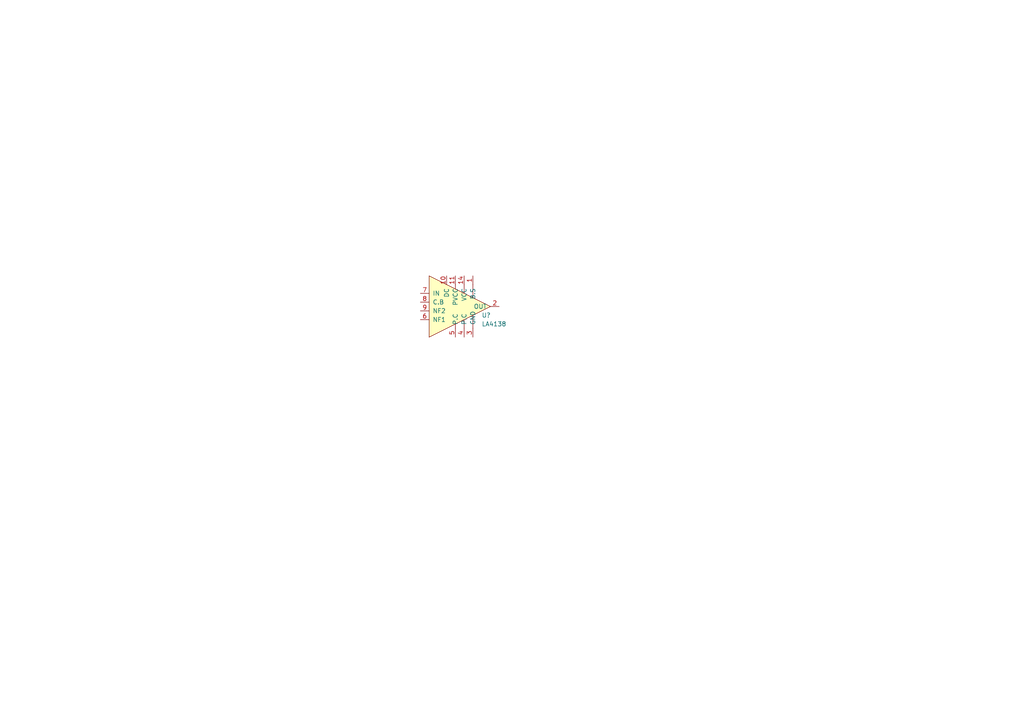
<source format=kicad_sch>
(kicad_sch (version 20201015) (generator eeschema)
  (paper "A4")
  (lib_symbols
    (symbol "parts:LA4138" (pin_names (offset 1.016))
      (property "Reference" "U" (at 8.89 -6.35 0))
      (property "Value" "LA4138" (at 11.43 -8.89 0))
      (symbol "LA4138_0_1"
        (polyline (pts (xy 0 -6.35) (xy 0 -5.08)))
        (polyline (pts (xy 0 6.35) (xy 0 5.08)))
        (polyline (pts (xy 2.54 -6.35) (xy 2.54 -3.81)))
        (polyline (pts (xy 2.54 6.35) (xy 2.54 3.81)))
        (polyline (pts (xy 5.08 -6.35) (xy 5.08 -2.54)))
        (polyline (pts (xy 5.08 6.35) (xy 5.08 2.54)))
        (polyline (pts (xy 10.16 0) (xy -7.62 8.89) (xy -7.62 -8.89) (xy 10.16 0)) (fill (type background)))
      )
      (symbol "LA4138_1_1"
        (pin input line (at 5.08 8.89 270) (length 2.54) (name "B.S") (number "1"))
        (pin input line (at -2.54 8.89 270) (length 2.54) (name "DC") (number "10"))
        (pin power_in line (at 0 8.89 270) (length 2.54) (name "PVCC") (number "11"))
        (pin power_in line (at 2.54 8.89 270) (length 2.54) (name "VCC") (number "14"))
        (pin output line (at 12.7 0 180) (length 2.54) (name "OUT") (number "2"))
        (pin power_in line (at 5.08 -8.89 90) (length 2.54) (name "GND") (number "3"))
        (pin input line (at 2.54 -8.89 90) (length 2.54) (name "P.C") (number "4"))
        (pin input line (at 0 -8.89 90) (length 2.54) (name "P.C") (number "5"))
        (pin input line (at -10.16 -3.81 0) (length 2.54) (name "NF1") (number "6"))
        (pin input line (at -10.16 3.81 0) (length 2.54) (name "IN") (number "7"))
        (pin input line (at -10.16 1.27 0) (length 2.54) (name "C.B") (number "8"))
        (pin input line (at -10.16 -1.27 0) (length 2.54) (name "NF2") (number "9"))
      )
    )
  )
  (symbol (lib_id "parts:LA4138") (at 132.08 88.9 0)
    (property "Reference" "U?" (at 139.7 91.44 0) (effects (justify left)))
    (property "Value" "LA4138" (at 139.7 93.98 0) (effects (justify left)))
  )
)
</source>
